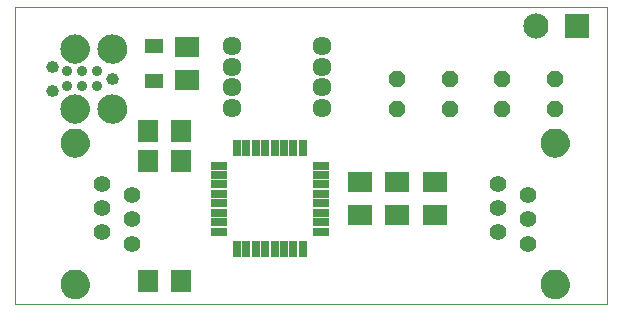
<source format=gbs>
G75*
G70*
%OFA0B0*%
%FSLAX24Y24*%
%IPPOS*%
%LPD*%
%AMOC8*
5,1,8,0,0,1.08239X$1,22.5*
%
%ADD10C,0.0000*%
%ADD11R,0.0540X0.0260*%
%ADD12R,0.0260X0.0540*%
%ADD13R,0.0827X0.0670*%
%ADD14OC8,0.0560*%
%ADD15R,0.0840X0.0840*%
%ADD16C,0.0840*%
%ADD17R,0.0670X0.0749*%
%ADD18C,0.0555*%
%ADD19C,0.0969*%
%ADD20C,0.0634*%
%ADD21C,0.0350*%
%ADD22C,0.0390*%
%ADD23C,0.0975*%
%ADD24R,0.0591X0.0512*%
D10*
X000483Y000350D02*
X000483Y010221D01*
X020228Y010221D01*
X020228Y000350D01*
X000483Y000350D01*
X002018Y000988D02*
X002020Y001031D01*
X002026Y001073D01*
X002036Y001115D01*
X002049Y001156D01*
X002067Y001195D01*
X002088Y001233D01*
X002112Y001268D01*
X002139Y001301D01*
X002170Y001332D01*
X002203Y001359D01*
X002238Y001383D01*
X002276Y001404D01*
X002315Y001422D01*
X002356Y001435D01*
X002398Y001445D01*
X002440Y001451D01*
X002483Y001453D01*
X002526Y001451D01*
X002568Y001445D01*
X002610Y001435D01*
X002651Y001422D01*
X002690Y001404D01*
X002728Y001383D01*
X002763Y001359D01*
X002796Y001332D01*
X002827Y001301D01*
X002854Y001268D01*
X002878Y001233D01*
X002899Y001195D01*
X002917Y001156D01*
X002930Y001115D01*
X002940Y001073D01*
X002946Y001031D01*
X002948Y000988D01*
X002946Y000945D01*
X002940Y000903D01*
X002930Y000861D01*
X002917Y000820D01*
X002899Y000781D01*
X002878Y000743D01*
X002854Y000708D01*
X002827Y000675D01*
X002796Y000644D01*
X002763Y000617D01*
X002728Y000593D01*
X002690Y000572D01*
X002651Y000554D01*
X002610Y000541D01*
X002568Y000531D01*
X002526Y000525D01*
X002483Y000523D01*
X002440Y000525D01*
X002398Y000531D01*
X002356Y000541D01*
X002315Y000554D01*
X002276Y000572D01*
X002238Y000593D01*
X002203Y000617D01*
X002170Y000644D01*
X002139Y000675D01*
X002112Y000708D01*
X002088Y000743D01*
X002067Y000781D01*
X002049Y000820D01*
X002036Y000861D01*
X002026Y000903D01*
X002020Y000945D01*
X002018Y000988D01*
X002018Y005712D02*
X002020Y005755D01*
X002026Y005797D01*
X002036Y005839D01*
X002049Y005880D01*
X002067Y005919D01*
X002088Y005957D01*
X002112Y005992D01*
X002139Y006025D01*
X002170Y006056D01*
X002203Y006083D01*
X002238Y006107D01*
X002276Y006128D01*
X002315Y006146D01*
X002356Y006159D01*
X002398Y006169D01*
X002440Y006175D01*
X002483Y006177D01*
X002526Y006175D01*
X002568Y006169D01*
X002610Y006159D01*
X002651Y006146D01*
X002690Y006128D01*
X002728Y006107D01*
X002763Y006083D01*
X002796Y006056D01*
X002827Y006025D01*
X002854Y005992D01*
X002878Y005957D01*
X002899Y005919D01*
X002917Y005880D01*
X002930Y005839D01*
X002940Y005797D01*
X002946Y005755D01*
X002948Y005712D01*
X002946Y005669D01*
X002940Y005627D01*
X002930Y005585D01*
X002917Y005544D01*
X002899Y005505D01*
X002878Y005467D01*
X002854Y005432D01*
X002827Y005399D01*
X002796Y005368D01*
X002763Y005341D01*
X002728Y005317D01*
X002690Y005296D01*
X002651Y005278D01*
X002610Y005265D01*
X002568Y005255D01*
X002526Y005249D01*
X002483Y005247D01*
X002440Y005249D01*
X002398Y005255D01*
X002356Y005265D01*
X002315Y005278D01*
X002276Y005296D01*
X002238Y005317D01*
X002203Y005341D01*
X002170Y005368D01*
X002139Y005399D01*
X002112Y005432D01*
X002088Y005467D01*
X002067Y005505D01*
X002049Y005544D01*
X002036Y005585D01*
X002026Y005627D01*
X002020Y005669D01*
X002018Y005712D01*
X002016Y006850D02*
X002018Y006893D01*
X002024Y006936D01*
X002034Y006978D01*
X002048Y007019D01*
X002065Y007058D01*
X002086Y007096D01*
X002110Y007131D01*
X002138Y007165D01*
X002168Y007195D01*
X002202Y007223D01*
X002237Y007247D01*
X002275Y007268D01*
X002314Y007285D01*
X002355Y007299D01*
X002397Y007309D01*
X002440Y007315D01*
X002483Y007317D01*
X002526Y007315D01*
X002569Y007309D01*
X002611Y007299D01*
X002652Y007285D01*
X002691Y007268D01*
X002729Y007247D01*
X002764Y007223D01*
X002798Y007195D01*
X002828Y007165D01*
X002856Y007131D01*
X002880Y007096D01*
X002901Y007058D01*
X002918Y007019D01*
X002932Y006978D01*
X002942Y006936D01*
X002948Y006893D01*
X002950Y006850D01*
X002948Y006807D01*
X002942Y006764D01*
X002932Y006722D01*
X002918Y006681D01*
X002901Y006642D01*
X002880Y006604D01*
X002856Y006569D01*
X002828Y006535D01*
X002798Y006505D01*
X002764Y006477D01*
X002729Y006453D01*
X002691Y006432D01*
X002652Y006415D01*
X002611Y006401D01*
X002569Y006391D01*
X002526Y006385D01*
X002483Y006383D01*
X002440Y006385D01*
X002397Y006391D01*
X002355Y006401D01*
X002314Y006415D01*
X002275Y006432D01*
X002237Y006453D01*
X002202Y006477D01*
X002168Y006505D01*
X002138Y006535D01*
X002110Y006569D01*
X002086Y006604D01*
X002065Y006642D01*
X002048Y006681D01*
X002034Y006722D01*
X002024Y006764D01*
X002018Y006807D01*
X002016Y006850D01*
X001558Y007450D02*
X001560Y007476D01*
X001566Y007502D01*
X001575Y007526D01*
X001588Y007549D01*
X001605Y007569D01*
X001624Y007587D01*
X001646Y007602D01*
X001669Y007613D01*
X001694Y007621D01*
X001720Y007625D01*
X001746Y007625D01*
X001772Y007621D01*
X001797Y007613D01*
X001821Y007602D01*
X001842Y007587D01*
X001861Y007569D01*
X001878Y007549D01*
X001891Y007526D01*
X001900Y007502D01*
X001906Y007476D01*
X001908Y007450D01*
X001906Y007424D01*
X001900Y007398D01*
X001891Y007374D01*
X001878Y007351D01*
X001861Y007331D01*
X001842Y007313D01*
X001820Y007298D01*
X001797Y007287D01*
X001772Y007279D01*
X001746Y007275D01*
X001720Y007275D01*
X001694Y007279D01*
X001669Y007287D01*
X001645Y007298D01*
X001624Y007313D01*
X001605Y007331D01*
X001588Y007351D01*
X001575Y007374D01*
X001566Y007398D01*
X001560Y007424D01*
X001558Y007450D01*
X001558Y008250D02*
X001560Y008276D01*
X001566Y008302D01*
X001575Y008326D01*
X001588Y008349D01*
X001605Y008369D01*
X001624Y008387D01*
X001646Y008402D01*
X001669Y008413D01*
X001694Y008421D01*
X001720Y008425D01*
X001746Y008425D01*
X001772Y008421D01*
X001797Y008413D01*
X001821Y008402D01*
X001842Y008387D01*
X001861Y008369D01*
X001878Y008349D01*
X001891Y008326D01*
X001900Y008302D01*
X001906Y008276D01*
X001908Y008250D01*
X001906Y008224D01*
X001900Y008198D01*
X001891Y008174D01*
X001878Y008151D01*
X001861Y008131D01*
X001842Y008113D01*
X001820Y008098D01*
X001797Y008087D01*
X001772Y008079D01*
X001746Y008075D01*
X001720Y008075D01*
X001694Y008079D01*
X001669Y008087D01*
X001645Y008098D01*
X001624Y008113D01*
X001605Y008131D01*
X001588Y008151D01*
X001575Y008174D01*
X001566Y008198D01*
X001560Y008224D01*
X001558Y008250D01*
X002016Y008850D02*
X002018Y008893D01*
X002024Y008936D01*
X002034Y008978D01*
X002048Y009019D01*
X002065Y009058D01*
X002086Y009096D01*
X002110Y009131D01*
X002138Y009165D01*
X002168Y009195D01*
X002202Y009223D01*
X002237Y009247D01*
X002275Y009268D01*
X002314Y009285D01*
X002355Y009299D01*
X002397Y009309D01*
X002440Y009315D01*
X002483Y009317D01*
X002526Y009315D01*
X002569Y009309D01*
X002611Y009299D01*
X002652Y009285D01*
X002691Y009268D01*
X002729Y009247D01*
X002764Y009223D01*
X002798Y009195D01*
X002828Y009165D01*
X002856Y009131D01*
X002880Y009096D01*
X002901Y009058D01*
X002918Y009019D01*
X002932Y008978D01*
X002942Y008936D01*
X002948Y008893D01*
X002950Y008850D01*
X002948Y008807D01*
X002942Y008764D01*
X002932Y008722D01*
X002918Y008681D01*
X002901Y008642D01*
X002880Y008604D01*
X002856Y008569D01*
X002828Y008535D01*
X002798Y008505D01*
X002764Y008477D01*
X002729Y008453D01*
X002691Y008432D01*
X002652Y008415D01*
X002611Y008401D01*
X002569Y008391D01*
X002526Y008385D01*
X002483Y008383D01*
X002440Y008385D01*
X002397Y008391D01*
X002355Y008401D01*
X002314Y008415D01*
X002275Y008432D01*
X002237Y008453D01*
X002202Y008477D01*
X002168Y008505D01*
X002138Y008535D01*
X002110Y008569D01*
X002086Y008604D01*
X002065Y008642D01*
X002048Y008681D01*
X002034Y008722D01*
X002024Y008764D01*
X002018Y008807D01*
X002016Y008850D01*
X003266Y008850D02*
X003268Y008893D01*
X003274Y008936D01*
X003284Y008978D01*
X003298Y009019D01*
X003315Y009058D01*
X003336Y009096D01*
X003360Y009131D01*
X003388Y009165D01*
X003418Y009195D01*
X003452Y009223D01*
X003487Y009247D01*
X003525Y009268D01*
X003564Y009285D01*
X003605Y009299D01*
X003647Y009309D01*
X003690Y009315D01*
X003733Y009317D01*
X003776Y009315D01*
X003819Y009309D01*
X003861Y009299D01*
X003902Y009285D01*
X003941Y009268D01*
X003979Y009247D01*
X004014Y009223D01*
X004048Y009195D01*
X004078Y009165D01*
X004106Y009131D01*
X004130Y009096D01*
X004151Y009058D01*
X004168Y009019D01*
X004182Y008978D01*
X004192Y008936D01*
X004198Y008893D01*
X004200Y008850D01*
X004198Y008807D01*
X004192Y008764D01*
X004182Y008722D01*
X004168Y008681D01*
X004151Y008642D01*
X004130Y008604D01*
X004106Y008569D01*
X004078Y008535D01*
X004048Y008505D01*
X004014Y008477D01*
X003979Y008453D01*
X003941Y008432D01*
X003902Y008415D01*
X003861Y008401D01*
X003819Y008391D01*
X003776Y008385D01*
X003733Y008383D01*
X003690Y008385D01*
X003647Y008391D01*
X003605Y008401D01*
X003564Y008415D01*
X003525Y008432D01*
X003487Y008453D01*
X003452Y008477D01*
X003418Y008505D01*
X003388Y008535D01*
X003360Y008569D01*
X003336Y008604D01*
X003315Y008642D01*
X003298Y008681D01*
X003284Y008722D01*
X003274Y008764D01*
X003268Y008807D01*
X003266Y008850D01*
X003558Y007850D02*
X003560Y007876D01*
X003566Y007902D01*
X003575Y007926D01*
X003588Y007949D01*
X003605Y007969D01*
X003624Y007987D01*
X003646Y008002D01*
X003669Y008013D01*
X003694Y008021D01*
X003720Y008025D01*
X003746Y008025D01*
X003772Y008021D01*
X003797Y008013D01*
X003821Y008002D01*
X003842Y007987D01*
X003861Y007969D01*
X003878Y007949D01*
X003891Y007926D01*
X003900Y007902D01*
X003906Y007876D01*
X003908Y007850D01*
X003906Y007824D01*
X003900Y007798D01*
X003891Y007774D01*
X003878Y007751D01*
X003861Y007731D01*
X003842Y007713D01*
X003820Y007698D01*
X003797Y007687D01*
X003772Y007679D01*
X003746Y007675D01*
X003720Y007675D01*
X003694Y007679D01*
X003669Y007687D01*
X003645Y007698D01*
X003624Y007713D01*
X003605Y007731D01*
X003588Y007751D01*
X003575Y007774D01*
X003566Y007798D01*
X003560Y007824D01*
X003558Y007850D01*
X003266Y006850D02*
X003268Y006893D01*
X003274Y006936D01*
X003284Y006978D01*
X003298Y007019D01*
X003315Y007058D01*
X003336Y007096D01*
X003360Y007131D01*
X003388Y007165D01*
X003418Y007195D01*
X003452Y007223D01*
X003487Y007247D01*
X003525Y007268D01*
X003564Y007285D01*
X003605Y007299D01*
X003647Y007309D01*
X003690Y007315D01*
X003733Y007317D01*
X003776Y007315D01*
X003819Y007309D01*
X003861Y007299D01*
X003902Y007285D01*
X003941Y007268D01*
X003979Y007247D01*
X004014Y007223D01*
X004048Y007195D01*
X004078Y007165D01*
X004106Y007131D01*
X004130Y007096D01*
X004151Y007058D01*
X004168Y007019D01*
X004182Y006978D01*
X004192Y006936D01*
X004198Y006893D01*
X004200Y006850D01*
X004198Y006807D01*
X004192Y006764D01*
X004182Y006722D01*
X004168Y006681D01*
X004151Y006642D01*
X004130Y006604D01*
X004106Y006569D01*
X004078Y006535D01*
X004048Y006505D01*
X004014Y006477D01*
X003979Y006453D01*
X003941Y006432D01*
X003902Y006415D01*
X003861Y006401D01*
X003819Y006391D01*
X003776Y006385D01*
X003733Y006383D01*
X003690Y006385D01*
X003647Y006391D01*
X003605Y006401D01*
X003564Y006415D01*
X003525Y006432D01*
X003487Y006453D01*
X003452Y006477D01*
X003418Y006505D01*
X003388Y006535D01*
X003360Y006569D01*
X003336Y006604D01*
X003315Y006642D01*
X003298Y006681D01*
X003284Y006722D01*
X003274Y006764D01*
X003268Y006807D01*
X003266Y006850D01*
X018018Y005712D02*
X018020Y005755D01*
X018026Y005797D01*
X018036Y005839D01*
X018049Y005880D01*
X018067Y005919D01*
X018088Y005957D01*
X018112Y005992D01*
X018139Y006025D01*
X018170Y006056D01*
X018203Y006083D01*
X018238Y006107D01*
X018276Y006128D01*
X018315Y006146D01*
X018356Y006159D01*
X018398Y006169D01*
X018440Y006175D01*
X018483Y006177D01*
X018526Y006175D01*
X018568Y006169D01*
X018610Y006159D01*
X018651Y006146D01*
X018690Y006128D01*
X018728Y006107D01*
X018763Y006083D01*
X018796Y006056D01*
X018827Y006025D01*
X018854Y005992D01*
X018878Y005957D01*
X018899Y005919D01*
X018917Y005880D01*
X018930Y005839D01*
X018940Y005797D01*
X018946Y005755D01*
X018948Y005712D01*
X018946Y005669D01*
X018940Y005627D01*
X018930Y005585D01*
X018917Y005544D01*
X018899Y005505D01*
X018878Y005467D01*
X018854Y005432D01*
X018827Y005399D01*
X018796Y005368D01*
X018763Y005341D01*
X018728Y005317D01*
X018690Y005296D01*
X018651Y005278D01*
X018610Y005265D01*
X018568Y005255D01*
X018526Y005249D01*
X018483Y005247D01*
X018440Y005249D01*
X018398Y005255D01*
X018356Y005265D01*
X018315Y005278D01*
X018276Y005296D01*
X018238Y005317D01*
X018203Y005341D01*
X018170Y005368D01*
X018139Y005399D01*
X018112Y005432D01*
X018088Y005467D01*
X018067Y005505D01*
X018049Y005544D01*
X018036Y005585D01*
X018026Y005627D01*
X018020Y005669D01*
X018018Y005712D01*
X018018Y000988D02*
X018020Y001031D01*
X018026Y001073D01*
X018036Y001115D01*
X018049Y001156D01*
X018067Y001195D01*
X018088Y001233D01*
X018112Y001268D01*
X018139Y001301D01*
X018170Y001332D01*
X018203Y001359D01*
X018238Y001383D01*
X018276Y001404D01*
X018315Y001422D01*
X018356Y001435D01*
X018398Y001445D01*
X018440Y001451D01*
X018483Y001453D01*
X018526Y001451D01*
X018568Y001445D01*
X018610Y001435D01*
X018651Y001422D01*
X018690Y001404D01*
X018728Y001383D01*
X018763Y001359D01*
X018796Y001332D01*
X018827Y001301D01*
X018854Y001268D01*
X018878Y001233D01*
X018899Y001195D01*
X018917Y001156D01*
X018930Y001115D01*
X018940Y001073D01*
X018946Y001031D01*
X018948Y000988D01*
X018946Y000945D01*
X018940Y000903D01*
X018930Y000861D01*
X018917Y000820D01*
X018899Y000781D01*
X018878Y000743D01*
X018854Y000708D01*
X018827Y000675D01*
X018796Y000644D01*
X018763Y000617D01*
X018728Y000593D01*
X018690Y000572D01*
X018651Y000554D01*
X018610Y000541D01*
X018568Y000531D01*
X018526Y000525D01*
X018483Y000523D01*
X018440Y000525D01*
X018398Y000531D01*
X018356Y000541D01*
X018315Y000554D01*
X018276Y000572D01*
X018238Y000593D01*
X018203Y000617D01*
X018170Y000644D01*
X018139Y000675D01*
X018112Y000708D01*
X018088Y000743D01*
X018067Y000781D01*
X018049Y000820D01*
X018036Y000861D01*
X018026Y000903D01*
X018020Y000945D01*
X018018Y000988D01*
D11*
X010673Y002748D03*
X010673Y003063D03*
X010673Y003378D03*
X010673Y003693D03*
X010673Y004007D03*
X010673Y004322D03*
X010673Y004637D03*
X010673Y004952D03*
X007293Y004952D03*
X007293Y004637D03*
X007293Y004322D03*
X007293Y004007D03*
X007293Y003693D03*
X007293Y003378D03*
X007293Y003063D03*
X007293Y002748D03*
D12*
X007880Y002160D03*
X008195Y002160D03*
X008510Y002160D03*
X008825Y002160D03*
X009140Y002160D03*
X009455Y002160D03*
X009770Y002160D03*
X010085Y002160D03*
X010085Y005540D03*
X009770Y005540D03*
X009455Y005540D03*
X009140Y005540D03*
X008825Y005540D03*
X008510Y005540D03*
X008195Y005540D03*
X007880Y005540D03*
D13*
X006233Y007799D03*
X006233Y008901D03*
X011983Y004401D03*
X013233Y004401D03*
X014483Y004401D03*
X014483Y003299D03*
X013233Y003299D03*
X011983Y003299D03*
D14*
X013233Y006850D03*
X014983Y006850D03*
X016733Y006850D03*
X016733Y007850D03*
X014983Y007850D03*
X013233Y007850D03*
X018483Y007850D03*
X018483Y006850D03*
D15*
X019233Y009600D03*
D16*
X017855Y009600D03*
D17*
X006034Y006100D03*
X004931Y006100D03*
X004931Y005100D03*
X006034Y005100D03*
X006034Y001100D03*
X004931Y001100D03*
D18*
X004388Y002350D03*
X003388Y002744D03*
X004388Y003153D03*
X003388Y003547D03*
X004388Y003956D03*
X003388Y004350D03*
X016577Y004350D03*
X017577Y003956D03*
X016577Y003547D03*
X017577Y003153D03*
X016577Y002744D03*
X017577Y002350D03*
D19*
X018483Y000988D03*
X018483Y005712D03*
X002483Y005712D03*
X002483Y000988D03*
D20*
X007733Y006869D03*
X007733Y007556D03*
X007733Y008244D03*
X007733Y008931D03*
X010733Y008931D03*
X010733Y008244D03*
X010733Y007556D03*
X010733Y006869D03*
D21*
X003233Y007600D03*
X002733Y007600D03*
X002233Y007600D03*
X002233Y008100D03*
X002733Y008100D03*
X003233Y008100D03*
D22*
X003733Y007850D03*
X001733Y007450D03*
X001733Y008250D03*
D23*
X002483Y008850D03*
X003733Y008850D03*
X003733Y006850D03*
X002483Y006850D03*
D24*
X005108Y007759D03*
X005108Y008941D03*
M02*

</source>
